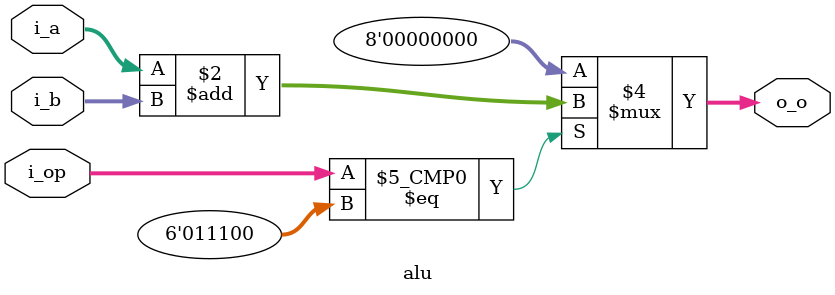
<source format=v>
`timescale 1ns / 1ps


module alu
#
(
    parameter N_BITS = 8
)
(
    input  wire [ N_BITS - 1 : 0 ] i_a,     //input a 
    input  wire [ N_BITS - 1 : 0 ] i_b,     //input b 
    input  wire [ 5 : 0 ] i_op,             //input operation
    output reg  [ N_BITS - 1 : 0 ] o_o      //output operation
);

    always @(*) begin: alu
        case( i_op )
            5'b11100: o_o = i_a + i_b;
            default: o_o = 8'b0000_0000;
        endcase
    end

endmodule

</source>
